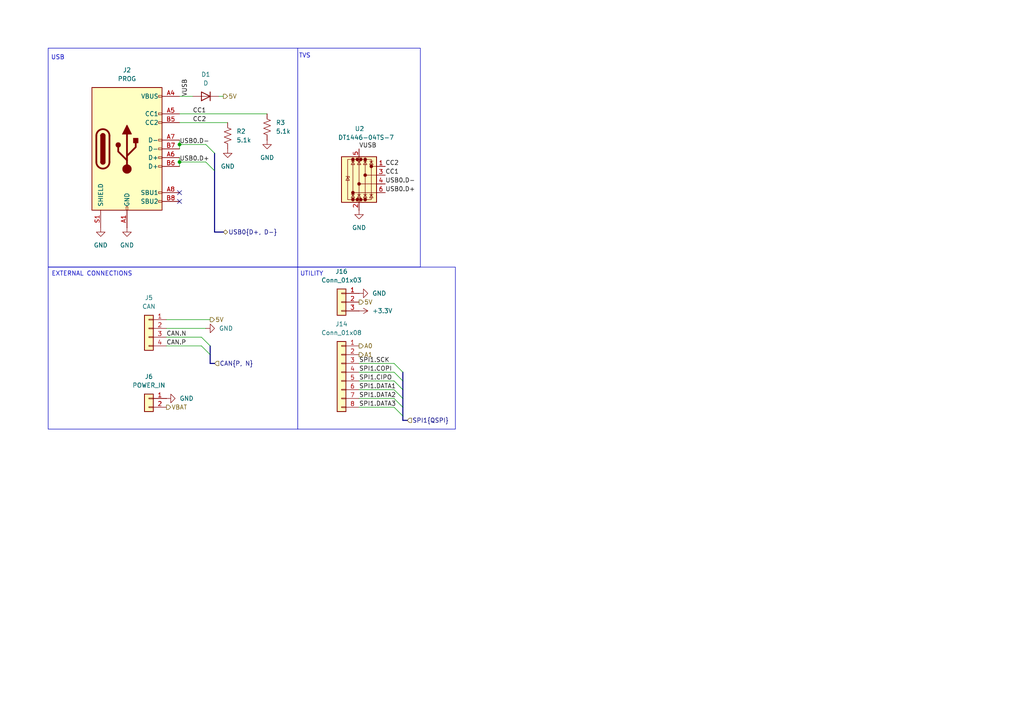
<source format=kicad_sch>
(kicad_sch (version 20231120) (generator "eeschema") (generator_version "8.0")
  (paper "A4")
  (lib_symbols
    (symbol "Connector:USB_C_Receptacle_USB2.0_16P" (pin_names (offset 1.016))
      (property "Reference" "J" (at 0 22.225 0))
      (property "Value" "USB_C_Receptacle_USB2.0_16P" (at 0 19.685 0))
      (symbol "USB_C_Receptacle_USB2.0_16P_0_0"
        (rectangle (start -0.254 -17.78) (end 0.254 -16.764))
        (rectangle (start 10.16 -14.986) (end 9.144 -15.494))
        (rectangle (start 10.16 -12.446) (end 9.144 -12.954))
        (rectangle (start 10.16 -4.826) (end 9.144 -5.334))
        (rectangle (start 10.16 -2.286) (end 9.144 -2.794))
        (rectangle (start 10.16 0.254) (end 9.144 -0.254))
        (rectangle (start 10.16 2.794) (end 9.144 2.286))
        (rectangle (start 10.16 7.874) (end 9.144 7.366))
        (rectangle (start 10.16 10.414) (end 9.144 9.906))
        (rectangle (start 10.16 15.494) (end 9.144 14.986))
      )
      (symbol "USB_C_Receptacle_USB2.0_16P_0_1"
        (rectangle (start -10.16 17.78) (end 10.16 -17.78) (stroke (width 0.254)) (fill (type background)))
        (arc (start -8.89 -3.81) (mid -6.985 -5.7067) (end -5.08 -3.81) (stroke (width 0.508)))
        (arc (start -7.62 -3.81) (mid -6.985 -4.4423) (end -6.35 -3.81) (stroke (width 0.254)))
        (arc (start -7.62 -3.81) (mid -6.985 -4.4423) (end -6.35 -3.81) (stroke (width 0.254)) (fill (type outline)))
        (rectangle (start -7.62 -3.81) (end -6.35 3.81) (stroke (width 0.254)) (fill (type outline)))
        (arc (start -6.35 3.81) (mid -6.985 4.4423) (end -7.62 3.81) (stroke (width 0.254)))
        (arc (start -6.35 3.81) (mid -6.985 4.4423) (end -7.62 3.81) (stroke (width 0.254)) (fill (type outline)))
        (arc (start -5.08 3.81) (mid -6.985 5.7067) (end -8.89 3.81) (stroke (width 0.508)))
        (circle (center -2.54 1.143) (radius 0.635) (stroke (width 0.254)) (fill (type outline)))
        (circle (center 0 -5.842) (radius 1.27) (fill (type outline)))
        (polyline (pts (xy -8.89 -3.81) (xy -8.89 3.81)) (stroke (width 0.508)))
        (polyline (pts (xy -5.08 3.81) (xy -5.08 -3.81)) (stroke (width 0.508)))
        (polyline (pts (xy 0 -5.842) (xy 0 4.318)) (stroke (width 0.508)))
        (polyline (pts (xy 0 -3.302) (xy -2.54 -0.762) (xy -2.54 0.508)) (stroke (width 0.508)))
        (polyline (pts (xy 0 -2.032) (xy 2.54 0.508) (xy 2.54 1.778)) (stroke (width 0.508)))
        (polyline (pts (xy -1.27 4.318) (xy 0 6.858) (xy 1.27 4.318) (xy -1.27 4.318)) (stroke (width 0.254)) (fill (type outline)))
        (rectangle (start 1.905 1.778) (end 3.175 3.048) (stroke (width 0.254)) (fill (type outline)))
      )
      (symbol "USB_C_Receptacle_USB2.0_16P_1_1"
        (pin passive line (at 0 -22.86 90) (length 5.08) (name "GND") (number "A1"))
        (pin passive line (at 0 -22.86 90) (length 5.08) hide (name "GND") (number "A12"))
        (pin passive line (at 15.24 15.24 180) (length 5.08) (name "VBUS") (number "A4"))
        (pin bidirectional line (at 15.24 10.16 180) (length 5.08) (name "CC1") (number "A5"))
        (pin bidirectional line (at 15.24 -2.54 180) (length 5.08) (name "D+") (number "A6"))
        (pin bidirectional line (at 15.24 2.54 180) (length 5.08) (name "D-") (number "A7"))
        (pin bidirectional line (at 15.24 -12.7 180) (length 5.08) (name "SBU1") (number "A8"))
        (pin passive line (at 15.24 15.24 180) (length 5.08) hide (name "VBUS") (number "A9"))
        (pin passive line (at 0 -22.86 90) (length 5.08) hide (name "GND") (number "B1"))
        (pin passive line (at 0 -22.86 90) (length 5.08) hide (name "GND") (number "B12"))
        (pin passive line (at 15.24 15.24 180) (length 5.08) hide (name "VBUS") (number "B4"))
        (pin bidirectional line (at 15.24 7.62 180) (length 5.08) (name "CC2") (number "B5"))
        (pin bidirectional line (at 15.24 -5.08 180) (length 5.08) (name "D+") (number "B6"))
        (pin bidirectional line (at 15.24 0 180) (length 5.08) (name "D-") (number "B7"))
        (pin bidirectional line (at 15.24 -15.24 180) (length 5.08) (name "SBU2") (number "B8"))
        (pin passive line (at 15.24 15.24 180) (length 5.08) hide (name "VBUS") (number "B9"))
        (pin passive line (at -7.62 -22.86 90) (length 5.08) (name "SHIELD") (number "S1"))
      )
    )
    (symbol "Connector_Generic:Conn_01x02" (pin_names (offset 1.016) hide)
      (property "Reference" "J" (at 0 2.54 0))
      (property "Value" "Conn_01x02" (at 0 -5.08 0))
      (symbol "Conn_01x02_1_1"
        (rectangle (start -1.27 -2.413) (end 0 -2.667) (stroke (width 0.1524)))
        (rectangle (start -1.27 0.127) (end 0 -0.127) (stroke (width 0.1524)))
        (rectangle (start -1.27 1.27) (end 1.27 -3.81) (stroke (width 0.254)) (fill (type background)))
        (pin passive line (at -5.08 0 0) (length 3.81) (name "Pin_1") (number "1"))
        (pin passive line (at -5.08 -2.54 0) (length 3.81) (name "Pin_2") (number "2"))
      )
    )
    (symbol "Connector_Generic:Conn_01x03" (pin_names (offset 1.016) hide)
      (property "Reference" "J" (at 0 5.08 0))
      (property "Value" "Conn_01x03" (at 0 -5.08 0))
      (symbol "Conn_01x03_1_1"
        (rectangle (start -1.27 -2.413) (end 0 -2.667) (stroke (width 0.1524)))
        (rectangle (start -1.27 0.127) (end 0 -0.127) (stroke (width 0.1524)))
        (rectangle (start -1.27 2.667) (end 0 2.413) (stroke (width 0.1524)))
        (rectangle (start -1.27 3.81) (end 1.27 -3.81) (stroke (width 0.254)) (fill (type background)))
        (pin passive line (at -5.08 2.54 0) (length 3.81) (name "Pin_1") (number "1"))
        (pin passive line (at -5.08 0 0) (length 3.81) (name "Pin_2") (number "2"))
        (pin passive line (at -5.08 -2.54 0) (length 3.81) (name "Pin_3") (number "3"))
      )
    )
    (symbol "Connector_Generic:Conn_01x04" (pin_names (offset 1.016) hide)
      (property "Reference" "J" (at 0 5.08 0))
      (property "Value" "Conn_01x04" (at 0 -7.62 0))
      (symbol "Conn_01x04_1_1"
        (rectangle (start -1.27 -4.953) (end 0 -5.207) (stroke (width 0.1524)))
        (rectangle (start -1.27 -2.413) (end 0 -2.667) (stroke (width 0.1524)))
        (rectangle (start -1.27 0.127) (end 0 -0.127) (stroke (width 0.1524)))
        (rectangle (start -1.27 2.667) (end 0 2.413) (stroke (width 0.1524)))
        (rectangle (start -1.27 3.81) (end 1.27 -6.35) (stroke (width 0.254)) (fill (type background)))
        (pin passive line (at -5.08 2.54 0) (length 3.81) (name "Pin_1") (number "1"))
        (pin passive line (at -5.08 0 0) (length 3.81) (name "Pin_2") (number "2"))
        (pin passive line (at -5.08 -2.54 0) (length 3.81) (name "Pin_3") (number "3"))
        (pin passive line (at -5.08 -5.08 0) (length 3.81) (name "Pin_4") (number "4"))
      )
    )
    (symbol "Connector_Generic:Conn_01x08" (pin_names (offset 1.016) hide)
      (property "Reference" "J" (at 0 10.16 0))
      (property "Value" "Conn_01x08" (at 0 -12.7 0))
      (symbol "Conn_01x08_1_1"
        (rectangle (start -1.27 -10.033) (end 0 -10.287) (stroke (width 0.1524)))
        (rectangle (start -1.27 -7.493) (end 0 -7.747) (stroke (width 0.1524)))
        (rectangle (start -1.27 -4.953) (end 0 -5.207) (stroke (width 0.1524)))
        (rectangle (start -1.27 -2.413) (end 0 -2.667) (stroke (width 0.1524)))
        (rectangle (start -1.27 0.127) (end 0 -0.127) (stroke (width 0.1524)))
        (rectangle (start -1.27 2.667) (end 0 2.413) (stroke (width 0.1524)))
        (rectangle (start -1.27 5.207) (end 0 4.953) (stroke (width 0.1524)))
        (rectangle (start -1.27 7.747) (end 0 7.493) (stroke (width 0.1524)))
        (rectangle (start -1.27 8.89) (end 1.27 -11.43) (stroke (width 0.254)) (fill (type background)))
        (pin passive line (at -5.08 7.62 0) (length 3.81) (name "Pin_1") (number "1"))
        (pin passive line (at -5.08 5.08 0) (length 3.81) (name "Pin_2") (number "2"))
        (pin passive line (at -5.08 2.54 0) (length 3.81) (name "Pin_3") (number "3"))
        (pin passive line (at -5.08 0 0) (length 3.81) (name "Pin_4") (number "4"))
        (pin passive line (at -5.08 -2.54 0) (length 3.81) (name "Pin_5") (number "5"))
        (pin passive line (at -5.08 -5.08 0) (length 3.81) (name "Pin_6") (number "6"))
        (pin passive line (at -5.08 -7.62 0) (length 3.81) (name "Pin_7") (number "7"))
        (pin passive line (at -5.08 -10.16 0) (length 3.81) (name "Pin_8") (number "8"))
      )
    )
    (symbol "Device:D" (pin_numbers hide) (pin_names (offset 1.016) hide)
      (property "Reference" "D" (at 0 2.54 0))
      (property "Value" "D" (at 0 -2.54 0))
      (symbol "D_0_1"
        (polyline (pts (xy -1.27 1.27) (xy -1.27 -1.27)) (stroke (width 0.254)))
        (polyline (pts (xy 1.27 0) (xy -1.27 0)))
        (polyline (pts (xy 1.27 1.27) (xy 1.27 -1.27) (xy -1.27 0) (xy 1.27 1.27)) (stroke (width 0.254)))
      )
      (symbol "D_1_1"
        (pin passive line (at -3.81 0 0) (length 2.54) (name "K") (number "1"))
        (pin passive line (at 3.81 0 180) (length 2.54) (name "A") (number "2"))
      )
    )
    (symbol "Device:R_US" (pin_numbers hide) (pin_names (offset 0))
      (property "Reference" "R" (at 2.54 0 90))
      (property "Value" "R_US" (at -2.54 0 90))
      (symbol "R_US_0_1"
        (polyline (pts (xy 0 -2.286) (xy 0 -2.54)))
        (polyline (pts (xy 0 2.286) (xy 0 2.54)))
        (polyline (pts (xy 0 -0.762) (xy 1.016 -1.143) (xy 0 -1.524) (xy -1.016 -1.905) (xy 0 -2.286)))
        (polyline (pts (xy 0 0.762) (xy 1.016 0.381) (xy 0 0) (xy -1.016 -0.381) (xy 0 -0.762)))
        (polyline (pts (xy 0 2.286) (xy 1.016 1.905) (xy 0 1.524) (xy -1.016 1.143) (xy 0 0.762)))
      )
      (symbol "R_US_1_1"
        (pin passive line (at 0 3.81 270) (length 1.27) (name "~") (number "1"))
        (pin passive line (at 0 -3.81 90) (length 1.27) (name "~") (number "2"))
      )
    )
    (symbol "Power_Protection:WE-TVS-824015043" (pin_names hide)
      (property "Reference" "U" (at 0 12.7 0))
      (property "Value" "WE-TVS-824015043" (at 0 10.16 0))
      (symbol "WE-TVS-824015043_0_0"
        (circle (center -3.556 2.54) (radius 0.0001) (stroke (width 0.508)))
        (circle (center -1.778 -7.112) (radius 0.0001) (stroke (width 0.508)))
        (circle (center -1.778 0) (radius 0.0001) (stroke (width 0.508)))
        (circle (center -1.778 4.572) (radius 0.0001) (stroke (width 0.508)))
        (circle (center -0.508 -7.112) (radius 0.0001) (stroke (width 0.508)))
        (circle (center -0.508 4.572) (radius 0.0001) (stroke (width 0.508)))
        (circle (center 0 -2.54) (radius 0.0001) (stroke (width 0.508)))
        (circle (center 0.508 -7.112) (radius 0.0001) (stroke (width 0.508)))
        (circle (center 0.508 4.572) (radius 0.0001) (stroke (width 0.508)))
        (circle (center 1.778 -7.112) (radius 0.0001) (stroke (width 0.508)))
        (circle (center 1.778 -5.08) (radius 0.0001) (stroke (width 0.508)))
        (circle (center 1.778 4.572) (radius 0.0001) (stroke (width 0.508)))
      )
      (symbol "WE-TVS-824015043_0_1"
        (polyline (pts (xy -5.08 -5.08) (xy 1.778 -5.08)))
        (polyline (pts (xy -5.08 -2.54) (xy 0 -2.54)))
        (polyline (pts (xy -5.08 0) (xy -1.778 0)))
        (polyline (pts (xy -5.08 2.54) (xy -3.556 2.54)))
        (polyline (pts (xy -4.064 -5.588) (xy -3.048 -5.588)))
        (polyline (pts (xy -3.048 4.064) (xy -4.064 4.064)))
        (polyline (pts (xy -2.286 -5.588) (xy -1.27 -5.588)))
        (polyline (pts (xy -2.286 4.064) (xy -1.27 4.064)))
        (polyline (pts (xy -0.508 -5.588) (xy 0.508 -5.588)))
        (polyline (pts (xy 0 5.08) (xy 0.508 4.572)))
        (polyline (pts (xy 0.508 -7.112) (xy -0.508 -7.112)))
        (polyline (pts (xy 0.508 4.064) (xy -0.508 4.064)))
        (polyline (pts (xy 1.27 4.064) (xy 2.286 4.064)))
        (polyline (pts (xy 2.286 -5.588) (xy 1.27 -5.588)))
        (polyline (pts (xy 2.794 -0.762) (xy 2.794 -0.381) (xy 3.81 -0.381)))
        (polyline (pts (xy -4.064 3.048) (xy -3.048 3.048) (xy -3.556 4.064) (xy -4.064 3.048)))
        (polyline (pts (xy -3.048 -6.604) (xy -4.064 -6.604) (xy -3.556 -5.588) (xy -3.048 -6.604)))
        (polyline (pts (xy -1.27 -6.604) (xy -2.286 -6.604) (xy -1.778 -5.588) (xy -1.27 -6.604)))
        (polyline (pts (xy -1.27 3.048) (xy -2.286 3.048) (xy -1.778 4.064) (xy -1.27 3.048)))
        (polyline (pts (xy -0.508 -6.604) (xy 0.508 -6.604) (xy 0 -5.588) (xy -0.508 -6.604)))
        (polyline (pts (xy -0.508 3.048) (xy 0.508 3.048) (xy 0 4.064) (xy -0.508 3.048)))
        (polyline (pts (xy 1.27 -6.604) (xy 2.286 -6.604) (xy 1.778 -5.588) (xy 1.27 -6.604)))
        (polyline (pts (xy 1.778 4.572) (xy 3.302 4.572) (xy 3.302 -7.112) (xy 1.778 -7.112)))
        (polyline (pts (xy 2.286 3.048) (xy 1.27 3.048) (xy 1.778 4.064) (xy 2.286 3.048)))
        (polyline (pts (xy 3.81 -1.524) (xy 2.794 -1.524) (xy 3.302 -0.508) (xy 3.81 -1.524)))
      )
      (symbol "WE-TVS-824015043_1_1"
        (rectangle (start -5.08 5.334) (end 5.08 -7.874) (stroke (width 0.254)) (fill (type background)))
        (polyline (pts (xy -1.778 4.572) (xy -3.556 4.572) (xy -3.556 -7.112) (xy -1.778 -7.112)))
        (polyline (pts (xy -0.508 4.572) (xy 1.778 4.572) (xy 1.778 -7.112) (xy 0.508 -7.112)))
        (polyline (pts (xy 0.508 -7.112) (xy 0 -6.604) (xy 0 4.064) (xy -0.508 4.572)))
        (polyline (pts (xy 0 -7.62) (xy -0.508 -7.112) (xy -1.778 -7.112) (xy -1.778 4.572) (xy -0.508 4.572)))
        (pin passive line (at -7.62 2.54 0) (length 2.54) (name "I/O1") (number "1"))
        (pin passive line (at 0 -10.16 90) (length 2.54) (name "GND") (number "2"))
        (pin passive line (at -7.62 0 0) (length 2.54) (name "I/O2") (number "3"))
        (pin passive line (at -7.62 -2.54 0) (length 2.54) (name "I/O3") (number "4"))
        (pin passive line (at 0 7.62 270) (length 2.54) (name "VBUS") (number "5"))
        (pin passive line (at -7.62 -5.08 0) (length 2.54) (name "I/O4") (number "6"))
      )
    )
    (symbol "power:+3.3V" (power) (pin_numbers hide) (pin_names (offset 0) hide)
      (property "Value" "+3.3V" (at 0 3.556 0))
      (symbol "+3.3V_0_1"
        (polyline (pts (xy -0.762 1.27) (xy 0 2.54)))
        (polyline (pts (xy 0 0) (xy 0 2.54)))
        (polyline (pts (xy 0 2.54) (xy 0.762 1.27)))
      )
      (symbol "+3.3V_1_1"
        (pin power_in line (at 0 0 90) (length 0) (name "~") (number "1"))
      )
    )
    (symbol "power:GND" (power) (pin_numbers hide) (pin_names (offset 0) hide)
      (property "Value" "GND" (at 0 -3.81 0))
      (symbol "GND_0_1"
        (polyline (pts (xy 0 0) (xy 0 -1.27) (xy 1.27 -1.27) (xy 0 -2.54) (xy -1.27 -1.27) (xy 0 -1.27)))
      )
      (symbol "GND_1_1"
        (pin power_in line (at 0 0 270) (length 0) (name "~") (number "1"))
      )
    )
  )
  (bus_alias "USB" (members "D+" "D-"))
  (junction (at 52.07 41.91))
  (junction (at 52.07 46.99))
  (no_connect (at 52.07 55.88))
  (no_connect (at 52.07 58.42))
  (bus_entry (at 116.84 113.03) (size -2.54 -2.54))
  (bus_entry (at 60.96 100.33) (size -2.54 -2.54))
  (bus_entry (at 116.84 115.57) (size -2.54 -2.54))
  (bus_entry (at 116.84 110.49) (size -2.54 -2.54))
  (bus_entry (at 116.84 118.11) (size -2.54 -2.54))
  (bus_entry (at 116.84 107.95) (size -2.54 -2.54))
  (bus_entry (at 60.96 102.87) (size -2.54 -2.54))
  (bus_entry (at 59.69 46.99) (size 2.54 2.54))
  (bus_entry (at 116.84 120.65) (size -2.54 -2.54))
  (bus_entry (at 62.23 44.45) (size -2.54 -2.54))
  (bus (pts (xy 116.84 121.92) (xy 116.84 120.65)))
  (bus (pts (xy 60.96 102.87) (xy 60.96 100.33)))
  (bus (pts (xy 62.23 49.53) (xy 62.23 67.31)))
  (bus (pts (xy 118.11 121.92) (xy 116.84 121.92)))
  (wire (pts (xy 60.96 92.71) (xy 48.26 92.71)))
  (wire (pts (xy 48.26 100.33) (xy 58.42 100.33)))
  (wire (pts (xy 63.5 27.94) (xy 64.77 27.94)))
  (wire (pts (xy 114.3 118.11) (xy 104.14 118.11)))
  (wire (pts (xy 114.3 110.49) (xy 104.14 110.49)))
  (wire (pts (xy 48.26 97.79) (xy 58.42 97.79)))
  (wire (pts (xy 114.3 115.57) (xy 104.14 115.57)))
  (bus (pts (xy 60.96 105.41) (xy 60.96 102.87)))
  (wire (pts (xy 114.3 113.03) (xy 104.14 113.03)))
  (bus (pts (xy 116.84 118.11) (xy 116.84 115.57)))
  (bus (pts (xy 64.77 67.31) (xy 62.23 67.31)))
  (bus (pts (xy 116.84 113.03) (xy 116.84 110.49)))
  (bus (pts (xy 62.23 44.45) (xy 62.23 49.53)))
  (bus (pts (xy 116.84 115.57) (xy 116.84 113.03)))
  (bus (pts (xy 116.84 110.49) (xy 116.84 107.95)))
  (bus (pts (xy 62.23 105.41) (xy 60.96 105.41)))
  (wire (pts (xy 114.3 107.95) (xy 104.14 107.95)))
  (wire (pts (xy 52.07 33.02) (xy 77.47 33.02)))
  (wire (pts (xy 52.07 40.64) (xy 52.07 41.91)))
  (bus (pts (xy 116.84 120.65) (xy 116.84 118.11)))
  (wire (pts (xy 114.3 105.41) (xy 104.14 105.41)))
  (wire (pts (xy 59.69 95.25) (xy 48.26 95.25)))
  (wire (pts (xy 52.07 35.56) (xy 66.04 35.56)))
  (wire (pts (xy 52.07 46.99) (xy 52.07 48.26)))
  (wire (pts (xy 52.07 45.72) (xy 52.07 46.99)))
  (wire (pts (xy 59.69 41.91) (xy 52.07 41.91)))
  (wire (pts (xy 52.07 41.91) (xy 52.07 43.18)))
  (wire (pts (xy 52.07 27.94) (xy 55.88 27.94)))
  (wire (pts (xy 52.07 46.99) (xy 59.69 46.99)))
  (rectangle (start 13.97 77.47) (end 86.36 124.46))
  (rectangle (start 13.97 13.97) (end 86.36 77.47))
  (rectangle (start 86.36 77.47) (end 132.08 124.46))
  (rectangle (start 86.36 13.97) (end 121.92 77.47))
  (text "EXTERNAL CONNECTIONS\n" (at 26.67 79.502 0) (effects (font (size 1.27 1.27))))
  (text "USB" (at 16.764 16.764 0) (effects (font (size 1.27 1.27))))
  (text "TVS" (at 88.392 16.256 0) (effects (font (size 1.27 1.27))))
  (text "UTILITY\n" (at 90.424 79.502 0) (effects (font (size 1.27 1.27))))
  (label "CAN.P" (at 48.26 100.33 0))
  (label "SPI1.DATA2" (at 104.14 115.57 0))
  (label "SPI1.DATA3" (at 104.14 118.11 0))
  (label "CAN.N" (at 48.26 97.79 0))
  (label "CC2" (at 55.88 35.56 0))
  (label "CC1" (at 55.88 33.02 0))
  (label "SPI1.COPI" (at 104.14 107.95 0))
  (label "VUSB" (at 54.61 27.94 90))
  (label "CC2" (at 111.76 48.26 0))
  (label "USB0.D-" (at 52.07 41.91 0))
  (label "SPI1.DATA1" (at 104.14 113.03 0))
  (label "VUSB" (at 104.14 43.18 0))
  (label "SPI1.CIPO" (at 104.14 110.49 0))
  (label "USB0.D+" (at 52.07 46.99 0))
  (label "USB0.D-" (at 111.76 53.34 0))
  (label "CC1" (at 111.76 50.8 0))
  (label "SPI1.SCK" (at 104.14 105.41 0))
  (label "USB0.D+" (at 111.76 55.88 0))
  (hierarchical_label "VBAT" (shape output) (at 48.26 118.11 0))
  (hierarchical_label "5V" (shape output) (at 104.14 87.63 0))
  (hierarchical_label "A0" (shape output) (at 104.14 100.33 0))
  (hierarchical_label "5V" (shape output) (at 64.77 27.94 0))
  (hierarchical_label "USB0{D+, D-}" (shape bidirectional) (at 64.77 67.31 0))
  (hierarchical_label "CAN{P, N}" (shape input) (at 62.23 105.41 0))
  (hierarchical_label "A1" (shape output) (at 104.14 102.87 0))
  (hierarchical_label "SPI1{QSPI}" (shape input) (at 118.11 121.92 0))
  (hierarchical_label "5V" (shape output) (at 60.96 92.71 0))
  (symbol (lib_id "power:GND") (at 104.14 60.96 0) (unit 1)
    (property "Reference" "#PWR044" (effects (hide yes)))
    (property "Value" "GND" (at 104.14 66.04 0))
    (property "Description" "Power symbol creates a global label with name \"GND\" , ground" (effects (hide yes)))
  )
  (symbol (lib_id "Connector_Generic:Conn_01x02") (at 43.18 115.57 0) (mirror y) (unit 1)
    (property "Reference" "J6" (at 43.18 109.22 0))
    (property "Value" "POWER_IN" (at 43.18 111.76 0))
    (property "Footprint" "Connector_AMASS:AMASS_XT60PW-M_1x02_P7.20mm_Horizontal" (effects (hide yes)))
    (property "Description" "Generic connector, single row, 01x02, script generated (kicad-library-utils/schlib/autogen/connector/)" (effects (hide yes)))
  )
  (symbol (lib_id "power:GND") (at 77.47 40.64 0) (unit 1)
    (property "Reference" "#PWR012" (effects (hide yes)))
    (property "Value" "GND" (at 77.47 45.72 0))
    (property "Description" "Power symbol creates a global label with name \"GND\" , ground" (effects (hide yes)))
  )
  (symbol (lib_id "power:GND") (at 48.26 115.57 90) (unit 1)
    (property "Reference" "#PWR015" (effects (hide yes)))
    (property "Value" "GND" (at 52.07 115.5699 90) (effects (justify right)))
    (property "Description" "Power symbol creates a global label with name \"GND\" , ground" (effects (hide yes)))
  )
  (symbol (lib_id "Device:R_US") (at 66.04 39.37 0) (unit 1)
    (property "Reference" "R2" (at 68.58 38.0999 0) (effects (justify left)))
    (property "Value" "5.1k" (at 68.58 40.6399 0) (effects (justify left)))
    (property "Footprint" "Resistor_SMD:R_0603_1608Metric" (effects (hide yes)))
    (property "Description" "Resistor, US symbol" (effects (hide yes)))
  )
  (symbol (lib_id "power:GND") (at 36.83 66.04 0) (unit 1)
    (property "Reference" "#PWR09" (effects (hide yes)))
    (property "Value" "GND" (at 36.83 71.12 0))
    (property "Description" "Power symbol creates a global label with name \"GND\" , ground" (effects (hide yes)))
  )
  (symbol (lib_id "power:GND") (at 59.69 95.25 90) (unit 1)
    (property "Reference" "#PWR037" (effects (hide yes)))
    (property "Value" "GND" (at 63.5 95.2499 90) (effects (justify right)))
    (property "Description" "Power symbol creates a global label with name \"GND\" , ground" (effects (hide yes)))
  )
  (symbol (lib_id "Connector_Generic:Conn_01x08") (at 99.06 107.95 0) (mirror y) (unit 1)
    (property "Reference" "J14" (at 99.06 93.98 0))
    (property "Value" "Conn_01x08" (at 99.06 96.52 0))
    (property "Footprint" "Connector_PinHeader_2.54mm:PinHeader_1x08_P2.54mm_Vertical" (effects (hide yes)))
    (property "Description" "Generic connector, single row, 01x08, script generated (kicad-library-utils/schlib/autogen/connector/)" (effects (hide yes)))
  )
  (symbol (lib_id "power:GND") (at 66.04 43.18 0) (unit 1)
    (property "Reference" "#PWR011" (effects (hide yes)))
    (property "Value" "GND" (at 66.04 48.26 0))
    (property "Description" "Power symbol creates a global label with name \"GND\" , ground" (effects (hide yes)))
  )
  (symbol (lib_id "Connector:USB_C_Receptacle_USB2.0_16P") (at 36.83 43.18 0) (unit 1)
    (property "Reference" "J2" (at 36.83 20.32 0))
    (property "Value" "PROG" (at 36.83 22.86 0))
    (property "Footprint" "Connector_USB:USB_C_Receptacle_HRO_TYPE-C-31-M-12" (effects (hide yes)))
    (property "Datasheet" "https://www.usb.org/sites/default/files/documents/usb_type-c.zip" (effects (hide yes)))
    (property "Description" "USB 2.0-only 16P Type-C Receptacle connector" (effects (hide yes)))
  )
  (symbol (lib_id "Device:R_US") (at 77.47 36.83 0) (unit 1)
    (property "Reference" "R3" (at 80.01 35.5599 0) (effects (justify left)))
    (property "Value" "5.1k" (at 80.01 38.0999 0) (effects (justify left)))
    (property "Footprint" "Resistor_SMD:R_0603_1608Metric" (effects (hide yes)))
    (property "Description" "Resistor, US symbol" (effects (hide yes)))
  )
  (symbol (lib_id "Power_Protection:WE-TVS-824015043") (at 104.14 50.8 0) (mirror y) (unit 1)
    (property "Reference" "U2" (at 105.664 37.338 0) (effects (justify left)))
    (property "Value" "DT1446-04TS-7" (at 114.3 39.878 0) (effects (justify left)))
    (property "Footprint" "Package_TO_SOT_SMD:SOT-23-6" (effects (hide yes)))
    (property "Datasheet" "https://www.diodes.com/assets/Datasheets/DT1446-04TS.pdf" (effects (hide yes)))
    (property "Description" "Low Capacitance TVS Diode Array, 2 Channels, SOT-23-6" (effects (hide yes)))
  )
  (symbol (lib_id "Connector_Generic:Conn_01x04") (at 43.18 95.25 0) (mirror y) (unit 1)
    (property "Reference" "J5" (at 43.18 86.36 0))
    (property "Value" "CAN" (at 43.18 88.9 0))
    (property "Footprint" "SJSU_common:Pluggable_Terminal_2.54mm_4P_Vertical" (effects (hide yes)))
    (property "Description" "Generic connector, single row, 01x04, script generated (kicad-library-utils/schlib/autogen/connector/)" (effects (hide yes)))
  )
  (symbol (lib_id "power:GND") (at 104.14 85.09 90) (unit 1)
    (property "Reference" "#PWR043" (effects (hide yes)))
    (property "Value" "GND" (at 107.95 85.0899 90) (effects (justify right)))
    (property "Description" "Power symbol creates a global label with name \"GND\" , ground" (effects (hide yes)))
  )
  (symbol (lib_id "power:GND") (at 29.21 66.04 0) (unit 1)
    (property "Reference" "#PWR08" (effects (hide yes)))
    (property "Value" "GND" (at 29.21 71.12 0))
    (property "Description" "Power symbol creates a global label with name \"GND\" , ground" (effects (hide yes)))
  )
  (symbol (lib_id "power:+3.3V") (at 104.14 90.17 270) (unit 1)
    (property "Reference" "#PWR045" (effects (hide yes)))
    (property "Value" "+3.3V" (at 107.95 90.1699 90) (effects (justify left)))
    (property "Description" "Power symbol creates a global label with name \"+3.3V\"" (effects (hide yes)))
  )
  (symbol (lib_id "Device:D") (at 59.69 27.94 180) (unit 1)
    (property "Reference" "D1" (at 59.69 21.59 0))
    (property "Value" "D" (at 59.69 24.13 0))
    (property "Footprint" "Diode_SMD:Vishay_SMPA" (effects (hide yes)))
    (property "Description" "Diode" (effects (hide yes)))
    (property "Sim.Device" "D" (effects (hide yes)))
    (property "Sim.Pins" "1=K 2=A" (effects (hide yes)))
  )
  (symbol (lib_id "Connector_Generic:Conn_01x03") (at 99.06 87.63 0) (mirror y) (unit 1)
    (property "Reference" "J16" (at 99.06 78.74 0))
    (property "Value" "Conn_01x03" (at 99.06 81.28 0))
    (property "Footprint" "Connector_PinHeader_2.54mm:PinHeader_1x03_P2.54mm_Vertical" (effects (hide yes)))
    (property "Description" "Generic connector, single row, 01x03, script generated (kicad-library-utils/schlib/autogen/connector/)" (effects (hide yes)))
  )
)
</source>
